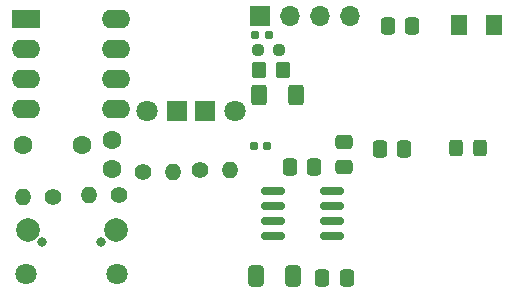
<source format=gbr>
%TF.GenerationSoftware,KiCad,Pcbnew,8.0.4*%
%TF.CreationDate,2024-09-21T16:19:46-07:00*%
%TF.ProjectId,solder_challenge_555,736f6c64-6572-45f6-9368-616c6c656e67,rev?*%
%TF.SameCoordinates,Original*%
%TF.FileFunction,Soldermask,Top*%
%TF.FilePolarity,Negative*%
%FSLAX46Y46*%
G04 Gerber Fmt 4.6, Leading zero omitted, Abs format (unit mm)*
G04 Created by KiCad (PCBNEW 8.0.4) date 2024-09-21 16:19:46*
%MOMM*%
%LPD*%
G01*
G04 APERTURE LIST*
G04 Aperture macros list*
%AMRoundRect*
0 Rectangle with rounded corners*
0 $1 Rounding radius*
0 $2 $3 $4 $5 $6 $7 $8 $9 X,Y pos of 4 corners*
0 Add a 4 corners polygon primitive as box body*
4,1,4,$2,$3,$4,$5,$6,$7,$8,$9,$2,$3,0*
0 Add four circle primitives for the rounded corners*
1,1,$1+$1,$2,$3*
1,1,$1+$1,$4,$5*
1,1,$1+$1,$6,$7*
1,1,$1+$1,$8,$9*
0 Add four rect primitives between the rounded corners*
20,1,$1+$1,$2,$3,$4,$5,0*
20,1,$1+$1,$4,$5,$6,$7,0*
20,1,$1+$1,$6,$7,$8,$9,0*
20,1,$1+$1,$8,$9,$2,$3,0*%
G04 Aperture macros list end*
%ADD10C,1.400000*%
%ADD11O,1.400000X1.400000*%
%ADD12C,1.600000*%
%ADD13RoundRect,0.160000X-0.197500X-0.160000X0.197500X-0.160000X0.197500X0.160000X-0.197500X0.160000X0*%
%ADD14RoundRect,0.250000X-0.475000X0.337500X-0.475000X-0.337500X0.475000X-0.337500X0.475000X0.337500X0*%
%ADD15RoundRect,0.250001X0.462499X0.624999X-0.462499X0.624999X-0.462499X-0.624999X0.462499X-0.624999X0*%
%ADD16RoundRect,0.250000X0.337500X0.475000X-0.337500X0.475000X-0.337500X-0.475000X0.337500X-0.475000X0*%
%ADD17RoundRect,0.250000X-0.350000X-0.450000X0.350000X-0.450000X0.350000X0.450000X-0.350000X0.450000X0*%
%ADD18RoundRect,0.237500X-0.250000X-0.237500X0.250000X-0.237500X0.250000X0.237500X-0.250000X0.237500X0*%
%ADD19RoundRect,0.155000X0.212500X0.155000X-0.212500X0.155000X-0.212500X-0.155000X0.212500X-0.155000X0*%
%ADD20RoundRect,0.250000X-0.337500X-0.475000X0.337500X-0.475000X0.337500X0.475000X-0.337500X0.475000X0*%
%ADD21RoundRect,0.250000X0.325000X0.450000X-0.325000X0.450000X-0.325000X-0.450000X0.325000X-0.450000X0*%
%ADD22RoundRect,0.250000X-0.400000X-0.625000X0.400000X-0.625000X0.400000X0.625000X-0.400000X0.625000X0*%
%ADD23RoundRect,0.150000X-0.825000X-0.150000X0.825000X-0.150000X0.825000X0.150000X-0.825000X0.150000X0*%
%ADD24R,1.800000X1.800000*%
%ADD25C,1.800000*%
%ADD26RoundRect,0.250000X-0.412500X-0.650000X0.412500X-0.650000X0.412500X0.650000X-0.412500X0.650000X0*%
%ADD27R,1.700000X1.700000*%
%ADD28O,1.700000X1.700000*%
%ADD29C,0.800000*%
%ADD30C,2.000000*%
%ADD31R,2.400000X1.600000*%
%ADD32O,2.400000X1.600000*%
G04 APERTURE END LIST*
D10*
%TO.C,R3*%
X131920000Y-52230000D03*
D11*
X134460000Y-52230000D03*
%TD*%
D12*
%TO.C,C1*%
X116890000Y-50100000D03*
X121890000Y-50100000D03*
%TD*%
D13*
%TO.C,R10*%
X136500000Y-40835000D03*
X137695000Y-40835000D03*
%TD*%
D14*
%TO.C,R5*%
X144075000Y-49875000D03*
X144075000Y-51950000D03*
%TD*%
D15*
%TO.C,D3*%
X156807500Y-39970000D03*
X153832500Y-39970000D03*
%TD*%
D16*
%TO.C,R4*%
X141537500Y-52025000D03*
X139462500Y-52025000D03*
%TD*%
D17*
%TO.C,R8*%
X136895000Y-43810000D03*
X138895000Y-43810000D03*
%TD*%
D18*
%TO.C,R9*%
X136770000Y-42085000D03*
X138595000Y-42085000D03*
%TD*%
D19*
%TO.C,R11*%
X137585000Y-50225000D03*
X136450000Y-50225000D03*
%TD*%
D10*
%TO.C,R1*%
X125040000Y-54340000D03*
D11*
X122500000Y-54340000D03*
%TD*%
D20*
%TO.C,R12*%
X147787500Y-40050000D03*
X149862500Y-40050000D03*
%TD*%
D21*
%TO.C,D2*%
X155632500Y-50420000D03*
X153582500Y-50420000D03*
%TD*%
D16*
%TO.C,C4*%
X144312500Y-61350000D03*
X142237500Y-61350000D03*
%TD*%
D20*
%TO.C,R6*%
X147082500Y-50480000D03*
X149157500Y-50480000D03*
%TD*%
D22*
%TO.C,R7*%
X136920000Y-45910000D03*
X140020000Y-45910000D03*
%TD*%
D12*
%TO.C,C2*%
X124450000Y-49700000D03*
X124450000Y-52200000D03*
%TD*%
D10*
%TO.C,R2*%
X119400000Y-54490000D03*
D11*
X116860000Y-54490000D03*
%TD*%
D23*
%TO.C,U2*%
X138100000Y-54045000D03*
X138100000Y-55315000D03*
X138100000Y-56585000D03*
X138100000Y-57855000D03*
X143050000Y-57855000D03*
X143050000Y-56585000D03*
X143050000Y-55315000D03*
X143050000Y-54045000D03*
%TD*%
D24*
%TO.C,D4*%
X129960000Y-47260000D03*
D25*
X127420000Y-47260000D03*
%TD*%
D24*
%TO.C,D1*%
X132270000Y-47240000D03*
D25*
X134810000Y-47240000D03*
%TD*%
D10*
%TO.C,R13*%
X127090000Y-52380000D03*
D11*
X129630000Y-52380000D03*
%TD*%
D26*
%TO.C,C3*%
X136612500Y-61250000D03*
X139737500Y-61250000D03*
%TD*%
D27*
%TO.C,J2*%
X136950000Y-39240000D03*
D28*
X139490000Y-39240000D03*
X142030000Y-39240000D03*
X144570000Y-39240000D03*
%TD*%
D29*
%TO.C,J1*%
X123520000Y-58340000D03*
X118520000Y-58340000D03*
D25*
X124895000Y-61090000D03*
D30*
X124745000Y-57290000D03*
X117295000Y-57290000D03*
D25*
X117145000Y-61090000D03*
%TD*%
D31*
%TO.C,U1*%
X117190000Y-39430000D03*
D32*
X117190000Y-41970000D03*
X117190000Y-44510000D03*
X117190000Y-47050000D03*
X124810000Y-47050000D03*
X124810000Y-44510000D03*
X124810000Y-41970000D03*
X124810000Y-39430000D03*
%TD*%
M02*

</source>
